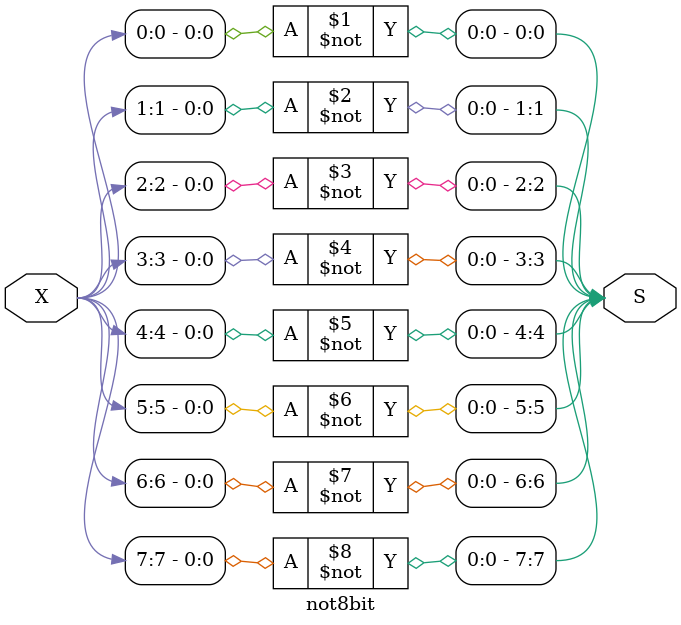
<source format=sv>
module not8bit(X,S);
  input logic [7:0] X;
  
  output logic [7:0] S;


  not(S[0],X[0]);
  not(S[1],X[1]);
  not(S[2],X[2]);
  not(S[3],X[3]);
  not(S[4],X[4]);
  not(S[5],X[5]);
  not(S[6],X[6]);
  not(S[7],X[7]);
  
endmodule
</source>
